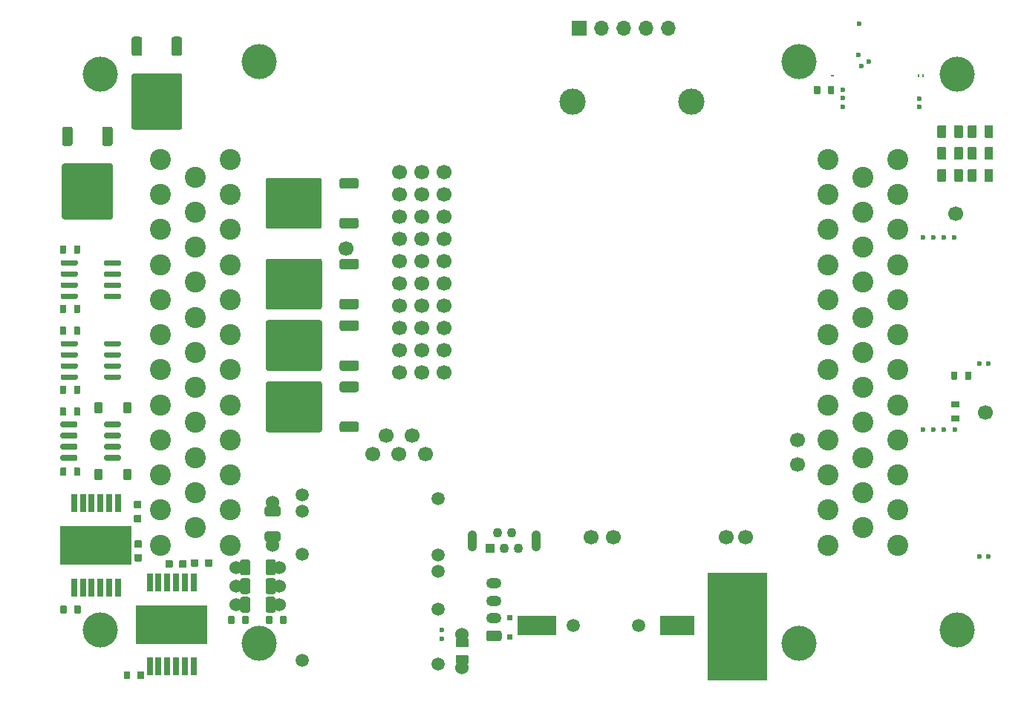
<source format=gbs>
G04 #@! TF.GenerationSoftware,KiCad,Pcbnew,8.0.8-8.0.8-0~ubuntu24.04.1*
G04 #@! TF.CreationDate,2025-02-12T18:00:41+00:00*
G04 #@! TF.ProjectId,MST01,4d535430-312e-46b6-9963-61645f706362,D*
G04 #@! TF.SameCoordinates,PX440a368PY8a86a58*
G04 #@! TF.FileFunction,Soldermask,Bot*
G04 #@! TF.FilePolarity,Negative*
%FSLAX46Y46*%
G04 Gerber Fmt 4.6, Leading zero omitted, Abs format (unit mm)*
G04 Created by KiCad (PCBNEW 8.0.8-8.0.8-0~ubuntu24.04.1) date 2025-02-12 18:00:41*
%MOMM*%
%LPD*%
G01*
G04 APERTURE LIST*
%ADD10C,0.120000*%
%ADD11C,3.000000*%
%ADD12C,1.700000*%
%ADD13C,0.600000*%
%ADD14R,1.100000X1.100000*%
%ADD15C,1.100000*%
%ADD16O,1.100000X2.400000*%
%ADD17C,1.500000*%
%ADD18C,2.400000*%
%ADD19C,0.700000*%
%ADD20C,4.000000*%
%ADD21R,1.700000X1.700000*%
%ADD22O,1.700000X1.700000*%
%ADD23O,1.750000X1.200000*%
%ADD24R,4.399991X2.299995*%
%ADD25R,3.999992X2.299995*%
%ADD26C,1.524000*%
%ADD27R,0.650000X2.000000*%
%ADD28R,8.100000X4.500000*%
%ADD29O,0.499999X0.250000*%
%ADD30O,0.250000X0.499999*%
%ADD31C,0.599999*%
G04 APERTURE END LIST*
D10*
G04 #@! TO.C,U5*
X81450000Y1125000D02*
X74750000Y1125000D01*
X74750000Y13325000D01*
X81450000Y13325000D01*
X81450000Y1125000D01*
G36*
X81450000Y1125000D02*
G01*
X74750000Y1125000D01*
X74750000Y13325000D01*
X81450000Y13325000D01*
X81450000Y1125000D01*
G37*
G04 #@! TD*
D11*
G04 #@! TO.C,H1*
X59405000Y67055000D03*
G04 #@! TD*
D12*
G04 #@! TO.C,P9*
X33565000Y50255000D03*
G04 #@! TD*
G04 #@! TO.C,P8*
X76935000Y17375000D03*
G04 #@! TD*
G04 #@! TO.C,P5*
X106455000Y31555000D03*
G04 #@! TD*
G04 #@! TO.C,P12*
X39595000Y26865000D03*
G04 #@! TD*
G04 #@! TO.C,P4*
X61505000Y17385000D03*
G04 #@! TD*
D13*
G04 #@! TO.C,M3*
X101755000Y29600000D03*
X102955000Y29600000D03*
X100555000Y29600000D03*
X99355000Y29600000D03*
X105815000Y15175000D03*
X106815000Y15175000D03*
G04 #@! TD*
D14*
G04 #@! TO.C,J8*
X50025000Y16070000D03*
D15*
X50825000Y17820000D03*
X51625000Y16070000D03*
X52425000Y17820000D03*
X53225000Y16070000D03*
D16*
X47975000Y16945000D03*
X55275000Y16945000D03*
G04 #@! TD*
D13*
G04 #@! TO.C,M2*
X90215000Y66485000D03*
X90215000Y67435000D03*
X90215000Y68384998D03*
X98915000Y67385000D03*
X98915000Y66485000D03*
G04 #@! TD*
D17*
G04 #@! TO.C,M1*
X44039995Y21739999D03*
X44039995Y15340002D03*
X44039995Y13439999D03*
X44039995Y9139999D03*
D13*
X44489994Y6740002D03*
X44489994Y5740001D03*
D17*
X44039995Y2889999D03*
X28539998Y22190001D03*
X28539998Y20340002D03*
X28539998Y15389999D03*
X28539998Y3340001D03*
G04 #@! TD*
D12*
G04 #@! TO.C,P6*
X103035000Y54265000D03*
G04 #@! TD*
D18*
G04 #@! TO.C,J2*
X96475000Y60455000D03*
X96475000Y56455000D03*
X96475000Y52455000D03*
X96475000Y48455000D03*
X96475000Y44455000D03*
X96475000Y40455000D03*
X96475000Y36455000D03*
X96475000Y32455000D03*
X96475000Y28455000D03*
X96475000Y24455000D03*
X96475000Y20455000D03*
X96475000Y16455000D03*
X92475000Y58455000D03*
X92475000Y54455000D03*
X92475000Y50455000D03*
X92475000Y46455000D03*
X92475000Y42455000D03*
X92475000Y38455000D03*
X92475000Y34455000D03*
X92475000Y30455000D03*
X92475000Y26455000D03*
X92475000Y22455000D03*
X92475000Y18455000D03*
X88475000Y60455000D03*
X88475000Y56455000D03*
X88475000Y52455000D03*
X88475000Y48455000D03*
X88475000Y44455000D03*
X88475000Y40455000D03*
X88475000Y36455000D03*
X88475000Y32455000D03*
X88475000Y28455000D03*
X88475000Y24455000D03*
X88475000Y20455000D03*
X88475000Y16455000D03*
D19*
X85175000Y73205000D03*
X86275000Y72755000D03*
X84075000Y72755000D03*
X103275000Y71705000D03*
X86725000Y71655000D03*
D20*
X85175000Y71655000D03*
D19*
X83625000Y71655000D03*
X104375000Y71255000D03*
X102175000Y71255000D03*
X86275000Y70555000D03*
X84075000Y70555000D03*
X104825000Y70155000D03*
D20*
X103275000Y70155000D03*
D19*
X101725000Y70155000D03*
X85175000Y70105000D03*
X104375000Y69055000D03*
X102175000Y69055000D03*
X103275000Y68605000D03*
X103275000Y8305000D03*
X104375000Y7855000D03*
X102175000Y7855000D03*
X85175000Y6805000D03*
X104825000Y6755000D03*
D20*
X103275000Y6755000D03*
D19*
X101725000Y6755000D03*
X86275000Y6355000D03*
X84075000Y6355000D03*
X104375000Y5655000D03*
X102175000Y5655000D03*
X86725000Y5255000D03*
D20*
X85175000Y5255000D03*
D19*
X83625000Y5255000D03*
X103275000Y5205000D03*
X86275000Y4155000D03*
X84075000Y4155000D03*
X85175000Y3705000D03*
G04 #@! TD*
D12*
G04 #@! TO.C,P10*
X36595000Y26875000D03*
G04 #@! TD*
G04 #@! TO.C,P1*
X85025000Y28465000D03*
G04 #@! TD*
D11*
G04 #@! TO.C,H2*
X72905000Y67055000D03*
G04 #@! TD*
D12*
G04 #@! TO.C,G3*
X39625000Y36155000D03*
X39625000Y38695000D03*
X39625000Y41235000D03*
X39625000Y43775000D03*
X39625000Y46315000D03*
X42165000Y36155000D03*
X42165000Y38695000D03*
X42165000Y41235000D03*
X42165000Y43775000D03*
X42165000Y46315000D03*
X44705000Y36155000D03*
X44705000Y38695000D03*
X44705000Y41235000D03*
X44705000Y43775000D03*
X44705000Y46315000D03*
G04 #@! TD*
G04 #@! TO.C,P3*
X64005000Y17385000D03*
G04 #@! TD*
G04 #@! TO.C,P11*
X41095000Y28995000D03*
G04 #@! TD*
G04 #@! TO.C,P17*
X38095000Y28986800D03*
G04 #@! TD*
G04 #@! TO.C,P7*
X79085000Y17375000D03*
G04 #@! TD*
G04 #@! TO.C,P15*
X42595000Y26875000D03*
G04 #@! TD*
D21*
G04 #@! TO.C,J6*
X60175000Y75475000D03*
D22*
X62715000Y75475000D03*
X65255000Y75475000D03*
X67795000Y75475000D03*
X70335000Y75475000D03*
G04 #@! TD*
D13*
G04 #@! TO.C,M4*
X101710000Y51565000D03*
X102910000Y51565000D03*
X100510000Y51565000D03*
X99310000Y51565000D03*
X105770000Y37140000D03*
X106770000Y37140000D03*
G04 #@! TD*
D18*
G04 #@! TO.C,J1*
X12355000Y16455000D03*
X12355000Y20455000D03*
X12355000Y24455000D03*
X12355000Y28455000D03*
X12355000Y32455000D03*
X12355000Y36455000D03*
X12355000Y40455000D03*
X12355000Y44455000D03*
X12355000Y48455000D03*
X12355000Y52455000D03*
X12355000Y56455000D03*
X12355000Y60455000D03*
X16355000Y18455000D03*
X16355000Y22455000D03*
X16355000Y26455000D03*
X16355000Y30455000D03*
X16355000Y34455000D03*
X16355000Y38455000D03*
X16355000Y42455000D03*
X16355000Y46455000D03*
X16355000Y50455000D03*
X16355000Y54455000D03*
X16355000Y58455000D03*
X20355000Y16455000D03*
X20355000Y20455000D03*
X20355000Y24455000D03*
X20355000Y28455000D03*
X20355000Y32455000D03*
X20355000Y36455000D03*
X20355000Y40455000D03*
X20355000Y44455000D03*
X20355000Y48455000D03*
X20355000Y52455000D03*
X20355000Y56455000D03*
X20355000Y60455000D03*
D19*
X23655000Y3705000D03*
X22555000Y4155000D03*
X24755000Y4155000D03*
X5555000Y5205000D03*
X22105000Y5255000D03*
D20*
X23655000Y5255000D03*
D19*
X25205000Y5255000D03*
X4455000Y5655000D03*
X6655000Y5655000D03*
X22555000Y6355000D03*
X24755000Y6355000D03*
X4005000Y6755000D03*
D20*
X5555000Y6755000D03*
D19*
X7105000Y6755000D03*
X23655000Y6805000D03*
X4455000Y7855000D03*
X6655000Y7855000D03*
X5555000Y8305000D03*
X5555000Y68605000D03*
X4455000Y69055000D03*
X6655000Y69055000D03*
X23655000Y70105000D03*
X4005000Y70155000D03*
D20*
X5555000Y70155000D03*
D19*
X7105000Y70155000D03*
X22555000Y70555000D03*
X24755000Y70555000D03*
X4455000Y71255000D03*
X6655000Y71255000D03*
X22105000Y71655000D03*
D20*
X23655000Y71655000D03*
D19*
X25205000Y71655000D03*
X5555000Y71705000D03*
X22555000Y72755000D03*
X24755000Y72755000D03*
X23655000Y73205000D03*
G04 #@! TD*
G04 #@! TO.C,J3*
G36*
G01*
X51050000Y5495000D02*
X49800000Y5495000D01*
G75*
G02*
X49550000Y5745000I0J250000D01*
G01*
X49550000Y6445000D01*
G75*
G02*
X49800000Y6695000I250000J0D01*
G01*
X51050000Y6695000D01*
G75*
G02*
X51300000Y6445000I0J-250000D01*
G01*
X51300000Y5745000D01*
G75*
G02*
X51050000Y5495000I-250000J0D01*
G01*
G37*
D23*
X50425000Y8095000D03*
X50425000Y10095000D03*
X50425000Y12095000D03*
G04 #@! TD*
D12*
G04 #@! TO.C,P2*
X85025000Y25685000D03*
G04 #@! TD*
G04 #@! TO.C,G4*
X39625000Y48855000D03*
X39625000Y51395000D03*
X39625000Y53935000D03*
X39625000Y56475000D03*
X39625000Y59015000D03*
X42165000Y48855000D03*
X42165000Y51395000D03*
X42165000Y53935000D03*
X42165000Y56475000D03*
X42165000Y59015000D03*
X44705000Y48855000D03*
X44705000Y51395000D03*
X44705000Y53935000D03*
X44705000Y56475000D03*
X44705000Y59015000D03*
G04 #@! TD*
G04 #@! TO.C,R40*
G36*
G01*
X103895022Y64270000D02*
X103895022Y63020000D01*
G75*
G02*
X103795022Y62920000I-100000J0D01*
G01*
X102995022Y62920000D01*
G75*
G02*
X102895022Y63020000I0J100000D01*
G01*
X102895022Y64270000D01*
G75*
G02*
X102995022Y64370000I100000J0D01*
G01*
X103795022Y64370000D01*
G75*
G02*
X103895022Y64270000I0J-100000D01*
G01*
G37*
G36*
G01*
X101995000Y64270000D02*
X101995000Y63020000D01*
G75*
G02*
X101895000Y62920000I-100000J0D01*
G01*
X101095000Y62920000D01*
G75*
G02*
X100995000Y63020000I0J100000D01*
G01*
X100995000Y64270000D01*
G75*
G02*
X101095000Y64370000I100000J0D01*
G01*
X101895000Y64370000D01*
G75*
G02*
X101995000Y64270000I0J-100000D01*
G01*
G37*
G04 #@! TD*
G04 #@! TO.C,R39*
G36*
G01*
X103895022Y61770000D02*
X103895022Y60520000D01*
G75*
G02*
X103795022Y60420000I-100000J0D01*
G01*
X102995022Y60420000D01*
G75*
G02*
X102895022Y60520000I0J100000D01*
G01*
X102895022Y61770000D01*
G75*
G02*
X102995022Y61870000I100000J0D01*
G01*
X103795022Y61870000D01*
G75*
G02*
X103895022Y61770000I0J-100000D01*
G01*
G37*
G36*
G01*
X101995000Y61770000D02*
X101995000Y60520000D01*
G75*
G02*
X101895000Y60420000I-100000J0D01*
G01*
X101095000Y60420000D01*
G75*
G02*
X100995000Y60520000I0J100000D01*
G01*
X100995000Y61770000D01*
G75*
G02*
X101095000Y61870000I100000J0D01*
G01*
X101895000Y61870000D01*
G75*
G02*
X101995000Y61770000I0J-100000D01*
G01*
G37*
G04 #@! TD*
G04 #@! TO.C,D4*
G36*
G01*
X4860000Y24005000D02*
X4860000Y25025000D01*
G75*
G02*
X4950000Y25115000I90000J0D01*
G01*
X5670000Y25115000D01*
G75*
G02*
X5760000Y25025000I0J-90000D01*
G01*
X5760000Y24005000D01*
G75*
G02*
X5670000Y23915000I-90000J0D01*
G01*
X4950000Y23915000D01*
G75*
G02*
X4860000Y24005000I0J90000D01*
G01*
G37*
G36*
G01*
X8160000Y24005000D02*
X8160000Y25025000D01*
G75*
G02*
X8250000Y25115000I90000J0D01*
G01*
X8970000Y25115000D01*
G75*
G02*
X9060000Y25025000I0J-90000D01*
G01*
X9060000Y24005000D01*
G75*
G02*
X8970000Y23915000I-90000J0D01*
G01*
X8250000Y23915000D01*
G75*
G02*
X8160000Y24005000I0J90000D01*
G01*
G37*
G04 #@! TD*
D17*
G04 #@! TO.C,BT1*
X59455142Y7245000D03*
X66955000Y7245000D03*
D24*
X55355048Y7245000D03*
D25*
X71355067Y7245000D03*
G04 #@! TD*
D26*
G04 #@! TO.C,F3*
X25955000Y9645000D03*
G36*
G01*
X25300010Y8745000D02*
X24610010Y8745000D01*
G75*
G02*
X24380010Y8975000I0J230000D01*
G01*
X24380010Y10315000D01*
G75*
G02*
X24610010Y10545000I230000J0D01*
G01*
X25300010Y10545000D01*
G75*
G02*
X25530010Y10315000I0J-230000D01*
G01*
X25530010Y8975000D01*
G75*
G02*
X25300010Y8745000I-230000J0D01*
G01*
G37*
G36*
G01*
X22399990Y8745000D02*
X21709990Y8745000D01*
G75*
G02*
X21479990Y8975000I0J230000D01*
G01*
X21479990Y10315000D01*
G75*
G02*
X21709990Y10545000I230000J0D01*
G01*
X22399990Y10545000D01*
G75*
G02*
X22629990Y10315000I0J-230000D01*
G01*
X22629990Y8975000D01*
G75*
G02*
X22399990Y8745000I-230000J0D01*
G01*
G37*
X21055000Y9645000D03*
G04 #@! TD*
G04 #@! TO.C,C25*
G36*
G01*
X12949999Y13939994D02*
X12949999Y14619994D01*
G75*
G02*
X13034999Y14704994I85000J0D01*
G01*
X13714999Y14704994D01*
G75*
G02*
X13799999Y14619994I0J-85000D01*
G01*
X13799999Y13939994D01*
G75*
G02*
X13714999Y13854994I-85000J0D01*
G01*
X13034999Y13854994D01*
G75*
G02*
X12949999Y13939994I0J85000D01*
G01*
G37*
G36*
G01*
X14530001Y13939994D02*
X14530001Y14619994D01*
G75*
G02*
X14615001Y14704994I85000J0D01*
G01*
X15295001Y14704994D01*
G75*
G02*
X15380001Y14619994I0J-85000D01*
G01*
X15380001Y13939994D01*
G75*
G02*
X15295001Y13854994I-85000J0D01*
G01*
X14615001Y13854994D01*
G75*
G02*
X14530001Y13939994I0J85000D01*
G01*
G37*
G04 #@! TD*
G04 #@! TO.C,Q8*
G36*
G01*
X1437500Y64205000D02*
X2137500Y64205000D01*
G75*
G02*
X2387500Y63955000I0J-250000D01*
G01*
X2387500Y62255000D01*
G75*
G02*
X2137500Y62005000I-250000J0D01*
G01*
X1437500Y62005000D01*
G75*
G02*
X1187500Y62255000I0J250000D01*
G01*
X1187500Y63955000D01*
G75*
G02*
X1437500Y64205000I250000J0D01*
G01*
G37*
G36*
G01*
X1417497Y60005000D02*
X6717503Y60005000D01*
G75*
G02*
X6967500Y59755003I0J-249997D01*
G01*
X6967500Y53854997D01*
G75*
G02*
X6717503Y53605000I-249997J0D01*
G01*
X1417497Y53605000D01*
G75*
G02*
X1167500Y53854997I0J249997D01*
G01*
X1167500Y59755003D01*
G75*
G02*
X1417497Y60005000I249997J0D01*
G01*
G37*
G36*
G01*
X5997500Y64205000D02*
X6697500Y64205000D01*
G75*
G02*
X6947500Y63955000I0J-250000D01*
G01*
X6947500Y62255000D01*
G75*
G02*
X6697500Y62005000I-250000J0D01*
G01*
X5997500Y62005000D01*
G75*
G02*
X5747500Y62255000I0J250000D01*
G01*
X5747500Y63955000D01*
G75*
G02*
X5997500Y64205000I250000J0D01*
G01*
G37*
G04 #@! TD*
G04 #@! TO.C,Q12*
G36*
G01*
X35020000Y34855000D02*
X35020000Y34155000D01*
G75*
G02*
X34770000Y33905000I-250000J0D01*
G01*
X33070000Y33905000D01*
G75*
G02*
X32820000Y34155000I0J250000D01*
G01*
X32820000Y34855000D01*
G75*
G02*
X33070000Y35105000I250000J0D01*
G01*
X34770000Y35105000D01*
G75*
G02*
X35020000Y34855000I0J-250000D01*
G01*
G37*
G36*
G01*
X30820000Y34875003D02*
X30820000Y29574997D01*
G75*
G02*
X30570003Y29325000I-249997J0D01*
G01*
X24669997Y29325000D01*
G75*
G02*
X24420000Y29574997I0J249997D01*
G01*
X24420000Y34875003D01*
G75*
G02*
X24669997Y35125000I249997J0D01*
G01*
X30570003Y35125000D01*
G75*
G02*
X30820000Y34875003I0J-249997D01*
G01*
G37*
G36*
G01*
X35020000Y30295000D02*
X35020000Y29595000D01*
G75*
G02*
X34770000Y29345000I-250000J0D01*
G01*
X33070000Y29345000D01*
G75*
G02*
X32820000Y29595000I0J250000D01*
G01*
X32820000Y30295000D01*
G75*
G02*
X33070000Y30545000I250000J0D01*
G01*
X34770000Y30545000D01*
G75*
G02*
X35020000Y30295000I0J-250000D01*
G01*
G37*
G04 #@! TD*
G04 #@! TO.C,R34*
G36*
G01*
X935000Y49785000D02*
X935000Y50565000D01*
G75*
G02*
X1005000Y50635000I70000J0D01*
G01*
X1565000Y50635000D01*
G75*
G02*
X1635000Y50565000I0J-70000D01*
G01*
X1635000Y49785000D01*
G75*
G02*
X1565000Y49715000I-70000J0D01*
G01*
X1005000Y49715000D01*
G75*
G02*
X935000Y49785000I0J70000D01*
G01*
G37*
G36*
G01*
X2535000Y49785000D02*
X2535000Y50565000D01*
G75*
G02*
X2605000Y50635000I70000J0D01*
G01*
X3165000Y50635000D01*
G75*
G02*
X3235000Y50565000I0J-70000D01*
G01*
X3235000Y49785000D01*
G75*
G02*
X3165000Y49715000I-70000J0D01*
G01*
X2605000Y49715000D01*
G75*
G02*
X2535000Y49785000I0J70000D01*
G01*
G37*
G04 #@! TD*
G04 #@! TO.C,R1*
G36*
G01*
X102545000Y35405000D02*
X102545000Y36185000D01*
G75*
G02*
X102615000Y36255000I70000J0D01*
G01*
X103175000Y36255000D01*
G75*
G02*
X103245000Y36185000I0J-70000D01*
G01*
X103245000Y35405000D01*
G75*
G02*
X103175000Y35335000I-70000J0D01*
G01*
X102615000Y35335000D01*
G75*
G02*
X102545000Y35405000I0J70000D01*
G01*
G37*
G36*
G01*
X104145000Y35405000D02*
X104145000Y36185000D01*
G75*
G02*
X104215000Y36255000I70000J0D01*
G01*
X104775000Y36255000D01*
G75*
G02*
X104845000Y36185000I0J-70000D01*
G01*
X104845000Y35405000D01*
G75*
G02*
X104775000Y35335000I-70000J0D01*
G01*
X104215000Y35335000D01*
G75*
G02*
X104145000Y35405000I0J70000D01*
G01*
G37*
G04 #@! TD*
G04 #@! TO.C,F4*
X25965000Y11775000D03*
G36*
G01*
X25310010Y10875000D02*
X24620010Y10875000D01*
G75*
G02*
X24390010Y11105000I0J230000D01*
G01*
X24390010Y12445000D01*
G75*
G02*
X24620010Y12675000I230000J0D01*
G01*
X25310010Y12675000D01*
G75*
G02*
X25540010Y12445000I0J-230000D01*
G01*
X25540010Y11105000D01*
G75*
G02*
X25310010Y10875000I-230000J0D01*
G01*
G37*
G36*
G01*
X22409990Y10875000D02*
X21719990Y10875000D01*
G75*
G02*
X21489990Y11105000I0J230000D01*
G01*
X21489990Y12445000D01*
G75*
G02*
X21719990Y12675000I230000J0D01*
G01*
X22409990Y12675000D01*
G75*
G02*
X22639990Y12445000I0J-230000D01*
G01*
X22639990Y11105000D01*
G75*
G02*
X22409990Y10875000I-230000J0D01*
G01*
G37*
X21065000Y11775000D03*
G04 #@! TD*
G04 #@! TO.C,Q10*
G36*
G01*
X35010000Y48865000D02*
X35010000Y48165000D01*
G75*
G02*
X34760000Y47915000I-250000J0D01*
G01*
X33060000Y47915000D01*
G75*
G02*
X32810000Y48165000I0J250000D01*
G01*
X32810000Y48865000D01*
G75*
G02*
X33060000Y49115000I250000J0D01*
G01*
X34760000Y49115000D01*
G75*
G02*
X35010000Y48865000I0J-250000D01*
G01*
G37*
G36*
G01*
X30810000Y48885003D02*
X30810000Y43584997D01*
G75*
G02*
X30560003Y43335000I-249997J0D01*
G01*
X24659997Y43335000D01*
G75*
G02*
X24410000Y43584997I0J249997D01*
G01*
X24410000Y48885003D01*
G75*
G02*
X24659997Y49135000I249997J0D01*
G01*
X30560003Y49135000D01*
G75*
G02*
X30810000Y48885003I0J-249997D01*
G01*
G37*
G36*
G01*
X35010000Y44305000D02*
X35010000Y43605000D01*
G75*
G02*
X34760000Y43355000I-250000J0D01*
G01*
X33060000Y43355000D01*
G75*
G02*
X32810000Y43605000I0J250000D01*
G01*
X32810000Y44305000D01*
G75*
G02*
X33060000Y44555000I250000J0D01*
G01*
X34760000Y44555000D01*
G75*
G02*
X35010000Y44305000I0J-250000D01*
G01*
G37*
G04 #@! TD*
G04 #@! TO.C,R4*
X46805000Y2450000D03*
G36*
G01*
X47430000Y2904999D02*
X46180000Y2904999D01*
G75*
G02*
X46080000Y3004999I0J100000D01*
G01*
X46080000Y3804999D01*
G75*
G02*
X46180000Y3904999I100000J0D01*
G01*
X47430000Y3904999D01*
G75*
G02*
X47530000Y3804999I0J-100000D01*
G01*
X47530000Y3004999D01*
G75*
G02*
X47430000Y2904999I-100000J0D01*
G01*
G37*
G36*
G01*
X47430000Y4805021D02*
X46180000Y4805021D01*
G75*
G02*
X46080000Y4905021I0J100000D01*
G01*
X46080000Y5705021D01*
G75*
G02*
X46180000Y5805021I100000J0D01*
G01*
X47430000Y5805021D01*
G75*
G02*
X47530000Y5705021I0J-100000D01*
G01*
X47530000Y4905021D01*
G75*
G02*
X47430000Y4805021I-100000J0D01*
G01*
G37*
X46805000Y6260000D03*
G04 #@! TD*
G04 #@! TO.C,U11*
G36*
G01*
X1005000Y44700000D02*
X1005000Y45000000D01*
G75*
G02*
X1155000Y45150000I150000J0D01*
G01*
X2805000Y45150000D01*
G75*
G02*
X2955000Y45000000I0J-150000D01*
G01*
X2955000Y44700000D01*
G75*
G02*
X2805000Y44550000I-150000J0D01*
G01*
X1155000Y44550000D01*
G75*
G02*
X1005000Y44700000I0J150000D01*
G01*
G37*
G36*
G01*
X1005000Y45970000D02*
X1005000Y46270000D01*
G75*
G02*
X1155000Y46420000I150000J0D01*
G01*
X2805000Y46420000D01*
G75*
G02*
X2955000Y46270000I0J-150000D01*
G01*
X2955000Y45970000D01*
G75*
G02*
X2805000Y45820000I-150000J0D01*
G01*
X1155000Y45820000D01*
G75*
G02*
X1005000Y45970000I0J150000D01*
G01*
G37*
G36*
G01*
X1005000Y47240000D02*
X1005000Y47540000D01*
G75*
G02*
X1155000Y47690000I150000J0D01*
G01*
X2805000Y47690000D01*
G75*
G02*
X2955000Y47540000I0J-150000D01*
G01*
X2955000Y47240000D01*
G75*
G02*
X2805000Y47090000I-150000J0D01*
G01*
X1155000Y47090000D01*
G75*
G02*
X1005000Y47240000I0J150000D01*
G01*
G37*
G36*
G01*
X1005000Y48510000D02*
X1005000Y48810000D01*
G75*
G02*
X1155000Y48960000I150000J0D01*
G01*
X2805000Y48960000D01*
G75*
G02*
X2955000Y48810000I0J-150000D01*
G01*
X2955000Y48510000D01*
G75*
G02*
X2805000Y48360000I-150000J0D01*
G01*
X1155000Y48360000D01*
G75*
G02*
X1005000Y48510000I0J150000D01*
G01*
G37*
G36*
G01*
X5955000Y48510000D02*
X5955000Y48810000D01*
G75*
G02*
X6105000Y48960000I150000J0D01*
G01*
X7755000Y48960000D01*
G75*
G02*
X7905000Y48810000I0J-150000D01*
G01*
X7905000Y48510000D01*
G75*
G02*
X7755000Y48360000I-150000J0D01*
G01*
X6105000Y48360000D01*
G75*
G02*
X5955000Y48510000I0J150000D01*
G01*
G37*
G36*
G01*
X5955000Y47240000D02*
X5955000Y47540000D01*
G75*
G02*
X6105000Y47690000I150000J0D01*
G01*
X7755000Y47690000D01*
G75*
G02*
X7905000Y47540000I0J-150000D01*
G01*
X7905000Y47240000D01*
G75*
G02*
X7755000Y47090000I-150000J0D01*
G01*
X6105000Y47090000D01*
G75*
G02*
X5955000Y47240000I0J150000D01*
G01*
G37*
G36*
G01*
X5955000Y45970000D02*
X5955000Y46270000D01*
G75*
G02*
X6105000Y46420000I150000J0D01*
G01*
X7755000Y46420000D01*
G75*
G02*
X7905000Y46270000I0J-150000D01*
G01*
X7905000Y45970000D01*
G75*
G02*
X7755000Y45820000I-150000J0D01*
G01*
X6105000Y45820000D01*
G75*
G02*
X5955000Y45970000I0J150000D01*
G01*
G37*
G36*
G01*
X5955000Y44700000D02*
X5955000Y45000000D01*
G75*
G02*
X6105000Y45150000I150000J0D01*
G01*
X7755000Y45150000D01*
G75*
G02*
X7905000Y45000000I0J-150000D01*
G01*
X7905000Y44700000D01*
G75*
G02*
X7755000Y44550000I-150000J0D01*
G01*
X6105000Y44550000D01*
G75*
G02*
X5955000Y44700000I0J150000D01*
G01*
G37*
G04 #@! TD*
G04 #@! TO.C,R37*
G36*
G01*
X107345022Y64270000D02*
X107345022Y63020000D01*
G75*
G02*
X107245022Y62920000I-100000J0D01*
G01*
X106445022Y62920000D01*
G75*
G02*
X106345022Y63020000I0J100000D01*
G01*
X106345022Y64270000D01*
G75*
G02*
X106445022Y64370000I100000J0D01*
G01*
X107245022Y64370000D01*
G75*
G02*
X107345022Y64270000I0J-100000D01*
G01*
G37*
G36*
G01*
X105445000Y64270000D02*
X105445000Y63020000D01*
G75*
G02*
X105345000Y62920000I-100000J0D01*
G01*
X104545000Y62920000D01*
G75*
G02*
X104445000Y63020000I0J100000D01*
G01*
X104445000Y64270000D01*
G75*
G02*
X104545000Y64370000I100000J0D01*
G01*
X105345000Y64370000D01*
G75*
G02*
X105445000Y64270000I0J-100000D01*
G01*
G37*
G04 #@! TD*
G04 #@! TO.C,R9*
G36*
G01*
X3295000Y9505000D02*
X3295000Y8725000D01*
G75*
G02*
X3225000Y8655000I-70000J0D01*
G01*
X2665000Y8655000D01*
G75*
G02*
X2595000Y8725000I0J70000D01*
G01*
X2595000Y9505000D01*
G75*
G02*
X2665000Y9575000I70000J0D01*
G01*
X3225000Y9575000D01*
G75*
G02*
X3295000Y9505000I0J-70000D01*
G01*
G37*
G36*
G01*
X1695000Y9505000D02*
X1695000Y8725000D01*
G75*
G02*
X1625000Y8655000I-70000J0D01*
G01*
X1065000Y8655000D01*
G75*
G02*
X995000Y8725000I0J70000D01*
G01*
X995000Y9505000D01*
G75*
G02*
X1065000Y9575000I70000J0D01*
G01*
X1625000Y9575000D01*
G75*
G02*
X1695000Y9505000I0J-70000D01*
G01*
G37*
G04 #@! TD*
G04 #@! TO.C,C13*
G36*
G01*
X9505000Y17000001D02*
X10185000Y17000001D01*
G75*
G02*
X10270000Y16915001I0J-85000D01*
G01*
X10270000Y16235001D01*
G75*
G02*
X10185000Y16150001I-85000J0D01*
G01*
X9505000Y16150001D01*
G75*
G02*
X9420000Y16235001I0J85000D01*
G01*
X9420000Y16915001D01*
G75*
G02*
X9505000Y17000001I85000J0D01*
G01*
G37*
G36*
G01*
X9505000Y15419999D02*
X10185000Y15419999D01*
G75*
G02*
X10270000Y15334999I0J-85000D01*
G01*
X10270000Y14654999D01*
G75*
G02*
X10185000Y14569999I-85000J0D01*
G01*
X9505000Y14569999D01*
G75*
G02*
X9420000Y14654999I0J85000D01*
G01*
X9420000Y15334999D01*
G75*
G02*
X9505000Y15419999I85000J0D01*
G01*
G37*
G04 #@! TD*
G04 #@! TO.C,D1*
G36*
G01*
X51915000Y7925000D02*
X51915000Y8405000D01*
G75*
G02*
X51975000Y8465000I60000J0D01*
G01*
X52455000Y8465000D01*
G75*
G02*
X52515000Y8405000I0J-60000D01*
G01*
X52515000Y7925000D01*
G75*
G02*
X52455000Y7865000I-60000J0D01*
G01*
X51975000Y7865000D01*
G75*
G02*
X51915000Y7925000I0J60000D01*
G01*
G37*
G36*
G01*
X51915000Y5725000D02*
X51915000Y6205000D01*
G75*
G02*
X51975000Y6265000I60000J0D01*
G01*
X52455000Y6265000D01*
G75*
G02*
X52515000Y6205000I0J-60000D01*
G01*
X52515000Y5725000D01*
G75*
G02*
X52455000Y5665000I-60000J0D01*
G01*
X51975000Y5665000D01*
G75*
G02*
X51915000Y5725000I0J60000D01*
G01*
G37*
G04 #@! TD*
D27*
G04 #@! TO.C,U1*
X2555000Y21220000D03*
X3555000Y21220000D03*
X4555000Y21220000D03*
X5555000Y21220000D03*
X6555000Y21220000D03*
X7555000Y21220000D03*
X7555000Y11620000D03*
X6555000Y11620000D03*
X5555000Y11620000D03*
X4555000Y11620000D03*
X3555000Y11620000D03*
X2555000Y11620000D03*
D28*
X5055000Y16420000D03*
G04 #@! TD*
G04 #@! TO.C,R33*
G36*
G01*
X935000Y43005000D02*
X935000Y43785000D01*
G75*
G02*
X1005000Y43855000I70000J0D01*
G01*
X1565000Y43855000D01*
G75*
G02*
X1635000Y43785000I0J-70000D01*
G01*
X1635000Y43005000D01*
G75*
G02*
X1565000Y42935000I-70000J0D01*
G01*
X1005000Y42935000D01*
G75*
G02*
X935000Y43005000I0J70000D01*
G01*
G37*
G36*
G01*
X2535000Y43005000D02*
X2535000Y43785000D01*
G75*
G02*
X2605000Y43855000I70000J0D01*
G01*
X3165000Y43855000D01*
G75*
G02*
X3235000Y43785000I0J-70000D01*
G01*
X3235000Y43005000D01*
G75*
G02*
X3165000Y42935000I-70000J0D01*
G01*
X2605000Y42935000D01*
G75*
G02*
X2535000Y43005000I0J70000D01*
G01*
G37*
G04 #@! TD*
D26*
G04 #@! TO.C,F1*
X25185000Y16415000D03*
G36*
G01*
X24285000Y17069990D02*
X24285000Y17759990D01*
G75*
G02*
X24515000Y17989990I230000J0D01*
G01*
X25855000Y17989990D01*
G75*
G02*
X26085000Y17759990I0J-230000D01*
G01*
X26085000Y17069990D01*
G75*
G02*
X25855000Y16839990I-230000J0D01*
G01*
X24515000Y16839990D01*
G75*
G02*
X24285000Y17069990I0J230000D01*
G01*
G37*
G36*
G01*
X24285000Y19970010D02*
X24285000Y20660010D01*
G75*
G02*
X24515000Y20890010I230000J0D01*
G01*
X25855000Y20890010D01*
G75*
G02*
X26085000Y20660010I0J-230000D01*
G01*
X26085000Y19970010D01*
G75*
G02*
X25855000Y19740010I-230000J0D01*
G01*
X24515000Y19740010D01*
G75*
G02*
X24285000Y19970010I0J230000D01*
G01*
G37*
X25185000Y21315000D03*
G04 #@! TD*
D29*
G04 #@! TO.C,M7*
X89005004Y69982503D03*
D30*
X99354998Y70032501D03*
X98854997Y70032501D03*
D31*
X92305000Y71082499D03*
X93180002Y71607499D03*
X92004998Y72357497D03*
X92080001Y75907498D03*
G04 #@! TD*
G04 #@! TO.C,C12*
G36*
G01*
X9465000Y21485001D02*
X10145000Y21485001D01*
G75*
G02*
X10230000Y21400001I0J-85000D01*
G01*
X10230000Y20720001D01*
G75*
G02*
X10145000Y20635001I-85000J0D01*
G01*
X9465000Y20635001D01*
G75*
G02*
X9380000Y20720001I0J85000D01*
G01*
X9380000Y21400001D01*
G75*
G02*
X9465000Y21485001I85000J0D01*
G01*
G37*
G36*
G01*
X9465000Y19904999D02*
X10145000Y19904999D01*
G75*
G02*
X10230000Y19819999I0J-85000D01*
G01*
X10230000Y19139999D01*
G75*
G02*
X10145000Y19054999I-85000J0D01*
G01*
X9465000Y19054999D01*
G75*
G02*
X9380000Y19139999I0J85000D01*
G01*
X9380000Y19819999D01*
G75*
G02*
X9465000Y19904999I85000J0D01*
G01*
G37*
G04 #@! TD*
G04 #@! TO.C,U9*
G36*
G01*
X1005000Y35480000D02*
X1005000Y35780000D01*
G75*
G02*
X1155000Y35930000I150000J0D01*
G01*
X2805000Y35930000D01*
G75*
G02*
X2955000Y35780000I0J-150000D01*
G01*
X2955000Y35480000D01*
G75*
G02*
X2805000Y35330000I-150000J0D01*
G01*
X1155000Y35330000D01*
G75*
G02*
X1005000Y35480000I0J150000D01*
G01*
G37*
G36*
G01*
X1005000Y36750000D02*
X1005000Y37050000D01*
G75*
G02*
X1155000Y37200000I150000J0D01*
G01*
X2805000Y37200000D01*
G75*
G02*
X2955000Y37050000I0J-150000D01*
G01*
X2955000Y36750000D01*
G75*
G02*
X2805000Y36600000I-150000J0D01*
G01*
X1155000Y36600000D01*
G75*
G02*
X1005000Y36750000I0J150000D01*
G01*
G37*
G36*
G01*
X1005000Y38020000D02*
X1005000Y38320000D01*
G75*
G02*
X1155000Y38470000I150000J0D01*
G01*
X2805000Y38470000D01*
G75*
G02*
X2955000Y38320000I0J-150000D01*
G01*
X2955000Y38020000D01*
G75*
G02*
X2805000Y37870000I-150000J0D01*
G01*
X1155000Y37870000D01*
G75*
G02*
X1005000Y38020000I0J150000D01*
G01*
G37*
G36*
G01*
X1005000Y39290000D02*
X1005000Y39590000D01*
G75*
G02*
X1155000Y39740000I150000J0D01*
G01*
X2805000Y39740000D01*
G75*
G02*
X2955000Y39590000I0J-150000D01*
G01*
X2955000Y39290000D01*
G75*
G02*
X2805000Y39140000I-150000J0D01*
G01*
X1155000Y39140000D01*
G75*
G02*
X1005000Y39290000I0J150000D01*
G01*
G37*
G36*
G01*
X5955000Y39290000D02*
X5955000Y39590000D01*
G75*
G02*
X6105000Y39740000I150000J0D01*
G01*
X7755000Y39740000D01*
G75*
G02*
X7905000Y39590000I0J-150000D01*
G01*
X7905000Y39290000D01*
G75*
G02*
X7755000Y39140000I-150000J0D01*
G01*
X6105000Y39140000D01*
G75*
G02*
X5955000Y39290000I0J150000D01*
G01*
G37*
G36*
G01*
X5955000Y38020000D02*
X5955000Y38320000D01*
G75*
G02*
X6105000Y38470000I150000J0D01*
G01*
X7755000Y38470000D01*
G75*
G02*
X7905000Y38320000I0J-150000D01*
G01*
X7905000Y38020000D01*
G75*
G02*
X7755000Y37870000I-150000J0D01*
G01*
X6105000Y37870000D01*
G75*
G02*
X5955000Y38020000I0J150000D01*
G01*
G37*
G36*
G01*
X5955000Y36750000D02*
X5955000Y37050000D01*
G75*
G02*
X6105000Y37200000I150000J0D01*
G01*
X7755000Y37200000D01*
G75*
G02*
X7905000Y37050000I0J-150000D01*
G01*
X7905000Y36750000D01*
G75*
G02*
X7755000Y36600000I-150000J0D01*
G01*
X6105000Y36600000D01*
G75*
G02*
X5955000Y36750000I0J150000D01*
G01*
G37*
G36*
G01*
X5955000Y35480000D02*
X5955000Y35780000D01*
G75*
G02*
X6105000Y35930000I150000J0D01*
G01*
X7755000Y35930000D01*
G75*
G02*
X7905000Y35780000I0J-150000D01*
G01*
X7905000Y35480000D01*
G75*
G02*
X7755000Y35330000I-150000J0D01*
G01*
X6105000Y35330000D01*
G75*
G02*
X5955000Y35480000I0J150000D01*
G01*
G37*
G04 #@! TD*
G04 #@! TO.C,R30*
G36*
G01*
X935000Y40525000D02*
X935000Y41305000D01*
G75*
G02*
X1005000Y41375000I70000J0D01*
G01*
X1565000Y41375000D01*
G75*
G02*
X1635000Y41305000I0J-70000D01*
G01*
X1635000Y40525000D01*
G75*
G02*
X1565000Y40455000I-70000J0D01*
G01*
X1005000Y40455000D01*
G75*
G02*
X935000Y40525000I0J70000D01*
G01*
G37*
G36*
G01*
X2535000Y40525000D02*
X2535000Y41305000D01*
G75*
G02*
X2605000Y41375000I70000J0D01*
G01*
X3165000Y41375000D01*
G75*
G02*
X3235000Y41305000I0J-70000D01*
G01*
X3235000Y40525000D01*
G75*
G02*
X3165000Y40455000I-70000J0D01*
G01*
X2605000Y40455000D01*
G75*
G02*
X2535000Y40525000I0J70000D01*
G01*
G37*
G04 #@! TD*
G04 #@! TO.C,R3*
G36*
G01*
X20135000Y7525000D02*
X20135000Y8305000D01*
G75*
G02*
X20205000Y8375000I70000J0D01*
G01*
X20765000Y8375000D01*
G75*
G02*
X20835000Y8305000I0J-70000D01*
G01*
X20835000Y7525000D01*
G75*
G02*
X20765000Y7455000I-70000J0D01*
G01*
X20205000Y7455000D01*
G75*
G02*
X20135000Y7525000I0J70000D01*
G01*
G37*
G36*
G01*
X21735000Y7525000D02*
X21735000Y8305000D01*
G75*
G02*
X21805000Y8375000I70000J0D01*
G01*
X22365000Y8375000D01*
G75*
G02*
X22435000Y8305000I0J-70000D01*
G01*
X22435000Y7525000D01*
G75*
G02*
X22365000Y7455000I-70000J0D01*
G01*
X21805000Y7455000D01*
G75*
G02*
X21735000Y7525000I0J70000D01*
G01*
G37*
G04 #@! TD*
G04 #@! TO.C,R35*
G36*
G01*
X107345022Y59270000D02*
X107345022Y58020000D01*
G75*
G02*
X107245022Y57920000I-100000J0D01*
G01*
X106445022Y57920000D01*
G75*
G02*
X106345022Y58020000I0J100000D01*
G01*
X106345022Y59270000D01*
G75*
G02*
X106445022Y59370000I100000J0D01*
G01*
X107245022Y59370000D01*
G75*
G02*
X107345022Y59270000I0J-100000D01*
G01*
G37*
G36*
G01*
X105445000Y59270000D02*
X105445000Y58020000D01*
G75*
G02*
X105345000Y57920000I-100000J0D01*
G01*
X104545000Y57920000D01*
G75*
G02*
X104445000Y58020000I0J100000D01*
G01*
X104445000Y59270000D01*
G75*
G02*
X104545000Y59370000I100000J0D01*
G01*
X105345000Y59370000D01*
G75*
G02*
X105445000Y59270000I0J-100000D01*
G01*
G37*
G04 #@! TD*
G04 #@! TO.C,R13*
G36*
G01*
X935000Y31305000D02*
X935000Y32085000D01*
G75*
G02*
X1005000Y32155000I70000J0D01*
G01*
X1565000Y32155000D01*
G75*
G02*
X1635000Y32085000I0J-70000D01*
G01*
X1635000Y31305000D01*
G75*
G02*
X1565000Y31235000I-70000J0D01*
G01*
X1005000Y31235000D01*
G75*
G02*
X935000Y31305000I0J70000D01*
G01*
G37*
G36*
G01*
X2535000Y31305000D02*
X2535000Y32085000D01*
G75*
G02*
X2605000Y32155000I70000J0D01*
G01*
X3165000Y32155000D01*
G75*
G02*
X3235000Y32085000I0J-70000D01*
G01*
X3235000Y31305000D01*
G75*
G02*
X3165000Y31235000I-70000J0D01*
G01*
X2605000Y31235000D01*
G75*
G02*
X2535000Y31305000I0J70000D01*
G01*
G37*
G04 #@! TD*
D26*
G04 #@! TO.C,F2*
X21055000Y13915000D03*
G36*
G01*
X21709990Y14815000D02*
X22399990Y14815000D01*
G75*
G02*
X22629990Y14585000I0J-230000D01*
G01*
X22629990Y13245000D01*
G75*
G02*
X22399990Y13015000I-230000J0D01*
G01*
X21709990Y13015000D01*
G75*
G02*
X21479990Y13245000I0J230000D01*
G01*
X21479990Y14585000D01*
G75*
G02*
X21709990Y14815000I230000J0D01*
G01*
G37*
G36*
G01*
X24610010Y14815000D02*
X25300010Y14815000D01*
G75*
G02*
X25530010Y14585000I0J-230000D01*
G01*
X25530010Y13245000D01*
G75*
G02*
X25300010Y13015000I-230000J0D01*
G01*
X24610010Y13015000D01*
G75*
G02*
X24380010Y13245000I0J230000D01*
G01*
X24380010Y14585000D01*
G75*
G02*
X24610010Y14815000I230000J0D01*
G01*
G37*
X25955000Y13915000D03*
G04 #@! TD*
G04 #@! TO.C,R38*
G36*
G01*
X103895022Y59270000D02*
X103895022Y58020000D01*
G75*
G02*
X103795022Y57920000I-100000J0D01*
G01*
X102995022Y57920000D01*
G75*
G02*
X102895022Y58020000I0J100000D01*
G01*
X102895022Y59270000D01*
G75*
G02*
X102995022Y59370000I100000J0D01*
G01*
X103795022Y59370000D01*
G75*
G02*
X103895022Y59270000I0J-100000D01*
G01*
G37*
G36*
G01*
X101995000Y59270000D02*
X101995000Y58020000D01*
G75*
G02*
X101895000Y57920000I-100000J0D01*
G01*
X101095000Y57920000D01*
G75*
G02*
X100995000Y58020000I0J100000D01*
G01*
X100995000Y59270000D01*
G75*
G02*
X101095000Y59370000I100000J0D01*
G01*
X101895000Y59370000D01*
G75*
G02*
X101995000Y59270000I0J-100000D01*
G01*
G37*
G04 #@! TD*
G04 #@! TO.C,R36*
G36*
G01*
X107345022Y61770000D02*
X107345022Y60520000D01*
G75*
G02*
X107245022Y60420000I-100000J0D01*
G01*
X106445022Y60420000D01*
G75*
G02*
X106345022Y60520000I0J100000D01*
G01*
X106345022Y61770000D01*
G75*
G02*
X106445022Y61870000I100000J0D01*
G01*
X107245022Y61870000D01*
G75*
G02*
X107345022Y61770000I0J-100000D01*
G01*
G37*
G36*
G01*
X105445000Y61770000D02*
X105445000Y60520000D01*
G75*
G02*
X105345000Y60420000I-100000J0D01*
G01*
X104545000Y60420000D01*
G75*
G02*
X104445000Y60520000I0J100000D01*
G01*
X104445000Y61770000D01*
G75*
G02*
X104545000Y61870000I100000J0D01*
G01*
X105345000Y61870000D01*
G75*
G02*
X105445000Y61770000I0J-100000D01*
G01*
G37*
G04 #@! TD*
G04 #@! TO.C,Q9*
G36*
G01*
X34995000Y58085000D02*
X34995000Y57385000D01*
G75*
G02*
X34745000Y57135000I-250000J0D01*
G01*
X33045000Y57135000D01*
G75*
G02*
X32795000Y57385000I0J250000D01*
G01*
X32795000Y58085000D01*
G75*
G02*
X33045000Y58335000I250000J0D01*
G01*
X34745000Y58335000D01*
G75*
G02*
X34995000Y58085000I0J-250000D01*
G01*
G37*
G36*
G01*
X30795000Y58105003D02*
X30795000Y52804997D01*
G75*
G02*
X30545003Y52555000I-249997J0D01*
G01*
X24644997Y52555000D01*
G75*
G02*
X24395000Y52804997I0J249997D01*
G01*
X24395000Y58105003D01*
G75*
G02*
X24644997Y58355000I249997J0D01*
G01*
X30545003Y58355000D01*
G75*
G02*
X30795000Y58105003I0J-249997D01*
G01*
G37*
G36*
G01*
X34995000Y53525000D02*
X34995000Y52825000D01*
G75*
G02*
X34745000Y52575000I-250000J0D01*
G01*
X33045000Y52575000D01*
G75*
G02*
X32795000Y52825000I0J250000D01*
G01*
X32795000Y53525000D01*
G75*
G02*
X33045000Y53775000I250000J0D01*
G01*
X34745000Y53775000D01*
G75*
G02*
X34995000Y53525000I0J-250000D01*
G01*
G37*
G04 #@! TD*
G04 #@! TO.C,R29*
G36*
G01*
X935000Y33775000D02*
X935000Y34555000D01*
G75*
G02*
X1005000Y34625000I70000J0D01*
G01*
X1565000Y34625000D01*
G75*
G02*
X1635000Y34555000I0J-70000D01*
G01*
X1635000Y33775000D01*
G75*
G02*
X1565000Y33705000I-70000J0D01*
G01*
X1005000Y33705000D01*
G75*
G02*
X935000Y33775000I0J70000D01*
G01*
G37*
G36*
G01*
X2535000Y33775000D02*
X2535000Y34555000D01*
G75*
G02*
X2605000Y34625000I70000J0D01*
G01*
X3165000Y34625000D01*
G75*
G02*
X3235000Y34555000I0J-70000D01*
G01*
X3235000Y33775000D01*
G75*
G02*
X3165000Y33705000I-70000J0D01*
G01*
X2605000Y33705000D01*
G75*
G02*
X2535000Y33775000I0J70000D01*
G01*
G37*
G04 #@! TD*
G04 #@! TO.C,Q11*
G36*
G01*
X35020000Y41855000D02*
X35020000Y41155000D01*
G75*
G02*
X34770000Y40905000I-250000J0D01*
G01*
X33070000Y40905000D01*
G75*
G02*
X32820000Y41155000I0J250000D01*
G01*
X32820000Y41855000D01*
G75*
G02*
X33070000Y42105000I250000J0D01*
G01*
X34770000Y42105000D01*
G75*
G02*
X35020000Y41855000I0J-250000D01*
G01*
G37*
G36*
G01*
X30820000Y41875003D02*
X30820000Y36574997D01*
G75*
G02*
X30570003Y36325000I-249997J0D01*
G01*
X24669997Y36325000D01*
G75*
G02*
X24420000Y36574997I0J249997D01*
G01*
X24420000Y41875003D01*
G75*
G02*
X24669997Y42125000I249997J0D01*
G01*
X30570003Y42125000D01*
G75*
G02*
X30820000Y41875003I0J-249997D01*
G01*
G37*
G36*
G01*
X35020000Y37295000D02*
X35020000Y36595000D01*
G75*
G02*
X34770000Y36345000I-250000J0D01*
G01*
X33070000Y36345000D01*
G75*
G02*
X32820000Y36595000I0J250000D01*
G01*
X32820000Y37295000D01*
G75*
G02*
X33070000Y37545000I250000J0D01*
G01*
X34770000Y37545000D01*
G75*
G02*
X35020000Y37295000I0J-250000D01*
G01*
G37*
G04 #@! TD*
D27*
G04 #@! TO.C,U2*
X11165000Y12205000D03*
X12165000Y12205000D03*
X13165000Y12205000D03*
X14165000Y12205000D03*
X15165000Y12205000D03*
X16165000Y12205000D03*
X16165000Y2605000D03*
X15165000Y2605000D03*
X14165000Y2605000D03*
X13165000Y2605000D03*
X12165000Y2605000D03*
X11165000Y2605000D03*
D28*
X13665000Y7405000D03*
G04 #@! TD*
G04 #@! TO.C,D5*
G36*
G01*
X4855000Y31615000D02*
X4855000Y32635000D01*
G75*
G02*
X4945000Y32725000I90000J0D01*
G01*
X5665000Y32725000D01*
G75*
G02*
X5755000Y32635000I0J-90000D01*
G01*
X5755000Y31615000D01*
G75*
G02*
X5665000Y31525000I-90000J0D01*
G01*
X4945000Y31525000D01*
G75*
G02*
X4855000Y31615000I0J90000D01*
G01*
G37*
G36*
G01*
X8155000Y31615000D02*
X8155000Y32635000D01*
G75*
G02*
X8245000Y32725000I90000J0D01*
G01*
X8965000Y32725000D01*
G75*
G02*
X9055000Y32635000I0J-90000D01*
G01*
X9055000Y31615000D01*
G75*
G02*
X8965000Y31525000I-90000J0D01*
G01*
X8245000Y31525000D01*
G75*
G02*
X8155000Y31615000I0J90000D01*
G01*
G37*
G04 #@! TD*
G04 #@! TO.C,C26*
G36*
G01*
X15880000Y14075000D02*
X15880000Y14755000D01*
G75*
G02*
X15965000Y14840000I85000J0D01*
G01*
X16645000Y14840000D01*
G75*
G02*
X16730000Y14755000I0J-85000D01*
G01*
X16730000Y14075000D01*
G75*
G02*
X16645000Y13990000I-85000J0D01*
G01*
X15965000Y13990000D01*
G75*
G02*
X15880000Y14075000I0J85000D01*
G01*
G37*
G36*
G01*
X17460002Y14075000D02*
X17460002Y14755000D01*
G75*
G02*
X17545002Y14840000I85000J0D01*
G01*
X18225002Y14840000D01*
G75*
G02*
X18310002Y14755000I0J-85000D01*
G01*
X18310002Y14075000D01*
G75*
G02*
X18225002Y13990000I-85000J0D01*
G01*
X17545002Y13990000D01*
G75*
G02*
X17460002Y14075000I0J85000D01*
G01*
G37*
G04 #@! TD*
G04 #@! TO.C,R12*
G36*
G01*
X955000Y24435000D02*
X955000Y25215000D01*
G75*
G02*
X1025000Y25285000I70000J0D01*
G01*
X1585000Y25285000D01*
G75*
G02*
X1655000Y25215000I0J-70000D01*
G01*
X1655000Y24435000D01*
G75*
G02*
X1585000Y24365000I-70000J0D01*
G01*
X1025000Y24365000D01*
G75*
G02*
X955000Y24435000I0J70000D01*
G01*
G37*
G36*
G01*
X2555000Y24435000D02*
X2555000Y25215000D01*
G75*
G02*
X2625000Y25285000I70000J0D01*
G01*
X3185000Y25285000D01*
G75*
G02*
X3255000Y25215000I0J-70000D01*
G01*
X3255000Y24435000D01*
G75*
G02*
X3185000Y24365000I-70000J0D01*
G01*
X2625000Y24365000D01*
G75*
G02*
X2555000Y24435000I0J70000D01*
G01*
G37*
G04 #@! TD*
G04 #@! TO.C,R5*
G36*
G01*
X103425000Y30555000D02*
X102645000Y30555000D01*
G75*
G02*
X102575000Y30625000I0J70000D01*
G01*
X102575000Y31185000D01*
G75*
G02*
X102645000Y31255000I70000J0D01*
G01*
X103425000Y31255000D01*
G75*
G02*
X103495000Y31185000I0J-70000D01*
G01*
X103495000Y30625000D01*
G75*
G02*
X103425000Y30555000I-70000J0D01*
G01*
G37*
G36*
G01*
X103425000Y32155000D02*
X102645000Y32155000D01*
G75*
G02*
X102575000Y32225000I0J70000D01*
G01*
X102575000Y32785000D01*
G75*
G02*
X102645000Y32855000I70000J0D01*
G01*
X103425000Y32855000D01*
G75*
G02*
X103495000Y32785000I0J-70000D01*
G01*
X103495000Y32225000D01*
G75*
G02*
X103425000Y32155000I-70000J0D01*
G01*
G37*
G04 #@! TD*
G04 #@! TO.C,R6*
G36*
G01*
X89225000Y68775000D02*
X89225000Y67995000D01*
G75*
G02*
X89155000Y67925000I-70000J0D01*
G01*
X88595000Y67925000D01*
G75*
G02*
X88525000Y67995000I0J70000D01*
G01*
X88525000Y68775000D01*
G75*
G02*
X88595000Y68845000I70000J0D01*
G01*
X89155000Y68845000D01*
G75*
G02*
X89225000Y68775000I0J-70000D01*
G01*
G37*
G36*
G01*
X87625000Y68775000D02*
X87625000Y67995000D01*
G75*
G02*
X87555000Y67925000I-70000J0D01*
G01*
X86995000Y67925000D01*
G75*
G02*
X86925000Y67995000I0J70000D01*
G01*
X86925000Y68775000D01*
G75*
G02*
X86995000Y68845000I70000J0D01*
G01*
X87555000Y68845000D01*
G75*
G02*
X87625000Y68775000I0J-70000D01*
G01*
G37*
G04 #@! TD*
G04 #@! TO.C,R2*
G36*
G01*
X24455000Y7525000D02*
X24455000Y8305000D01*
G75*
G02*
X24525000Y8375000I70000J0D01*
G01*
X25085000Y8375000D01*
G75*
G02*
X25155000Y8305000I0J-70000D01*
G01*
X25155000Y7525000D01*
G75*
G02*
X25085000Y7455000I-70000J0D01*
G01*
X24525000Y7455000D01*
G75*
G02*
X24455000Y7525000I0J70000D01*
G01*
G37*
G36*
G01*
X26055000Y7525000D02*
X26055000Y8305000D01*
G75*
G02*
X26125000Y8375000I70000J0D01*
G01*
X26685000Y8375000D01*
G75*
G02*
X26755000Y8305000I0J-70000D01*
G01*
X26755000Y7525000D01*
G75*
G02*
X26685000Y7455000I-70000J0D01*
G01*
X26125000Y7455000D01*
G75*
G02*
X26055000Y7525000I0J70000D01*
G01*
G37*
G04 #@! TD*
G04 #@! TO.C,R7*
G36*
G01*
X10505000Y1995000D02*
X10505000Y1215000D01*
G75*
G02*
X10435000Y1145000I-70000J0D01*
G01*
X9875000Y1145000D01*
G75*
G02*
X9805000Y1215000I0J70000D01*
G01*
X9805000Y1995000D01*
G75*
G02*
X9875000Y2065000I70000J0D01*
G01*
X10435000Y2065000D01*
G75*
G02*
X10505000Y1995000I0J-70000D01*
G01*
G37*
G36*
G01*
X8905000Y1995000D02*
X8905000Y1215000D01*
G75*
G02*
X8835000Y1145000I-70000J0D01*
G01*
X8275000Y1145000D01*
G75*
G02*
X8205000Y1215000I0J70000D01*
G01*
X8205000Y1995000D01*
G75*
G02*
X8275000Y2065000I70000J0D01*
G01*
X8835000Y2065000D01*
G75*
G02*
X8905000Y1995000I0J-70000D01*
G01*
G37*
G04 #@! TD*
G04 #@! TO.C,Q7*
G36*
G01*
X9355000Y74465000D02*
X10055000Y74465000D01*
G75*
G02*
X10305000Y74215000I0J-250000D01*
G01*
X10305000Y72515000D01*
G75*
G02*
X10055000Y72265000I-250000J0D01*
G01*
X9355000Y72265000D01*
G75*
G02*
X9105000Y72515000I0J250000D01*
G01*
X9105000Y74215000D01*
G75*
G02*
X9355000Y74465000I250000J0D01*
G01*
G37*
G36*
G01*
X9334997Y70265000D02*
X14635003Y70265000D01*
G75*
G02*
X14885000Y70015003I0J-249997D01*
G01*
X14885000Y64114997D01*
G75*
G02*
X14635003Y63865000I-249997J0D01*
G01*
X9334997Y63865000D01*
G75*
G02*
X9085000Y64114997I0J249997D01*
G01*
X9085000Y70015003D01*
G75*
G02*
X9334997Y70265000I249997J0D01*
G01*
G37*
G36*
G01*
X13915000Y74465000D02*
X14615000Y74465000D01*
G75*
G02*
X14865000Y74215000I0J-250000D01*
G01*
X14865000Y72515000D01*
G75*
G02*
X14615000Y72265000I-250000J0D01*
G01*
X13915000Y72265000D01*
G75*
G02*
X13665000Y72515000I0J250000D01*
G01*
X13665000Y74215000D01*
G75*
G02*
X13915000Y74465000I250000J0D01*
G01*
G37*
G04 #@! TD*
G04 #@! TO.C,U8*
G36*
G01*
X990000Y26265000D02*
X990000Y26565000D01*
G75*
G02*
X1140000Y26715000I150000J0D01*
G01*
X2790000Y26715000D01*
G75*
G02*
X2940000Y26565000I0J-150000D01*
G01*
X2940000Y26265000D01*
G75*
G02*
X2790000Y26115000I-150000J0D01*
G01*
X1140000Y26115000D01*
G75*
G02*
X990000Y26265000I0J150000D01*
G01*
G37*
G36*
G01*
X990000Y27535000D02*
X990000Y27835000D01*
G75*
G02*
X1140000Y27985000I150000J0D01*
G01*
X2790000Y27985000D01*
G75*
G02*
X2940000Y27835000I0J-150000D01*
G01*
X2940000Y27535000D01*
G75*
G02*
X2790000Y27385000I-150000J0D01*
G01*
X1140000Y27385000D01*
G75*
G02*
X990000Y27535000I0J150000D01*
G01*
G37*
G36*
G01*
X990000Y28805000D02*
X990000Y29105000D01*
G75*
G02*
X1140000Y29255000I150000J0D01*
G01*
X2790000Y29255000D01*
G75*
G02*
X2940000Y29105000I0J-150000D01*
G01*
X2940000Y28805000D01*
G75*
G02*
X2790000Y28655000I-150000J0D01*
G01*
X1140000Y28655000D01*
G75*
G02*
X990000Y28805000I0J150000D01*
G01*
G37*
G36*
G01*
X990000Y30075000D02*
X990000Y30375000D01*
G75*
G02*
X1140000Y30525000I150000J0D01*
G01*
X2790000Y30525000D01*
G75*
G02*
X2940000Y30375000I0J-150000D01*
G01*
X2940000Y30075000D01*
G75*
G02*
X2790000Y29925000I-150000J0D01*
G01*
X1140000Y29925000D01*
G75*
G02*
X990000Y30075000I0J150000D01*
G01*
G37*
G36*
G01*
X5940000Y30075000D02*
X5940000Y30375000D01*
G75*
G02*
X6090000Y30525000I150000J0D01*
G01*
X7740000Y30525000D01*
G75*
G02*
X7890000Y30375000I0J-150000D01*
G01*
X7890000Y30075000D01*
G75*
G02*
X7740000Y29925000I-150000J0D01*
G01*
X6090000Y29925000D01*
G75*
G02*
X5940000Y30075000I0J150000D01*
G01*
G37*
G36*
G01*
X5940000Y28805000D02*
X5940000Y29105000D01*
G75*
G02*
X6090000Y29255000I150000J0D01*
G01*
X7740000Y29255000D01*
G75*
G02*
X7890000Y29105000I0J-150000D01*
G01*
X7890000Y28805000D01*
G75*
G02*
X7740000Y28655000I-150000J0D01*
G01*
X6090000Y28655000D01*
G75*
G02*
X5940000Y28805000I0J150000D01*
G01*
G37*
G36*
G01*
X5940000Y27535000D02*
X5940000Y27835000D01*
G75*
G02*
X6090000Y27985000I150000J0D01*
G01*
X7740000Y27985000D01*
G75*
G02*
X7890000Y27835000I0J-150000D01*
G01*
X7890000Y27535000D01*
G75*
G02*
X7740000Y27385000I-150000J0D01*
G01*
X6090000Y27385000D01*
G75*
G02*
X5940000Y27535000I0J150000D01*
G01*
G37*
G36*
G01*
X5940000Y26265000D02*
X5940000Y26565000D01*
G75*
G02*
X6090000Y26715000I150000J0D01*
G01*
X7740000Y26715000D01*
G75*
G02*
X7890000Y26565000I0J-150000D01*
G01*
X7890000Y26265000D01*
G75*
G02*
X7740000Y26115000I-150000J0D01*
G01*
X6090000Y26115000D01*
G75*
G02*
X5940000Y26265000I0J150000D01*
G01*
G37*
G04 #@! TD*
M02*

</source>
